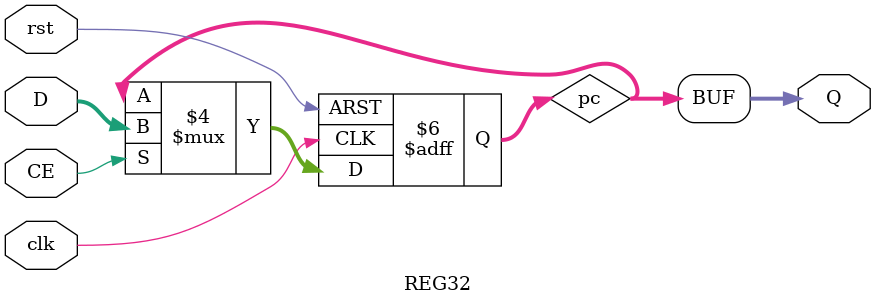
<source format=v>
`timescale 1ns / 1ps
module REG32(input clk,
			 input rst,
			 input CE,
			 input [31:0]D,
			 output [31:0]Q
    );
reg [31:0] pc = 32'h00000000;
//reg [31:0] pc = 32'hbfc00000;//MIPSÉÏµçµØÖ·

always @(posedge clk or posedge rst) begin
	if (rst) pc<=32'h00000000;
//  if (rst) pc<=32'hbfc00000;
  else if (CE) pc<=D;
  else pc<=pc;
end

assign Q = pc;

endmodule

</source>
